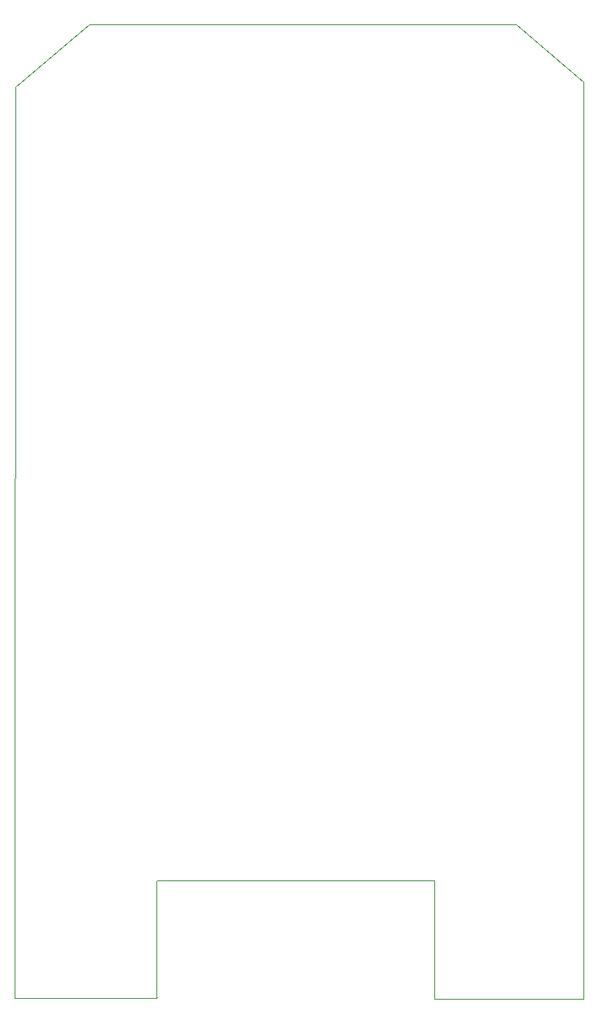
<source format=gbr>
%TF.GenerationSoftware,KiCad,Pcbnew,7.0.1*%
%TF.CreationDate,2023-05-25T09:43:19-05:00*%
%TF.ProjectId,power_supply,706f7765-725f-4737-9570-706c792e6b69,rev?*%
%TF.SameCoordinates,Original*%
%TF.FileFunction,Profile,NP*%
%FSLAX46Y46*%
G04 Gerber Fmt 4.6, Leading zero omitted, Abs format (unit mm)*
G04 Created by KiCad (PCBNEW 7.0.1) date 2023-05-25 09:43:19*
%MOMM*%
%LPD*%
G01*
G04 APERTURE LIST*
%TA.AperFunction,Profile*%
%ADD10C,0.100000*%
%TD*%
G04 APERTURE END LIST*
D10*
X235590000Y-36650000D02*
X235590000Y-132340000D01*
X220030000Y-132340000D01*
X220000000Y-132310000D01*
X220000000Y-119990000D01*
X191010000Y-119990000D01*
X190970000Y-120030000D01*
X190970000Y-132130000D01*
X191010000Y-132170000D01*
X190970000Y-132210000D01*
X176130000Y-132219657D01*
X176130000Y-119400000D01*
X176160000Y-37180000D01*
X183914732Y-30630000D01*
X228501361Y-30630000D01*
X235590000Y-36650000D01*
M02*

</source>
